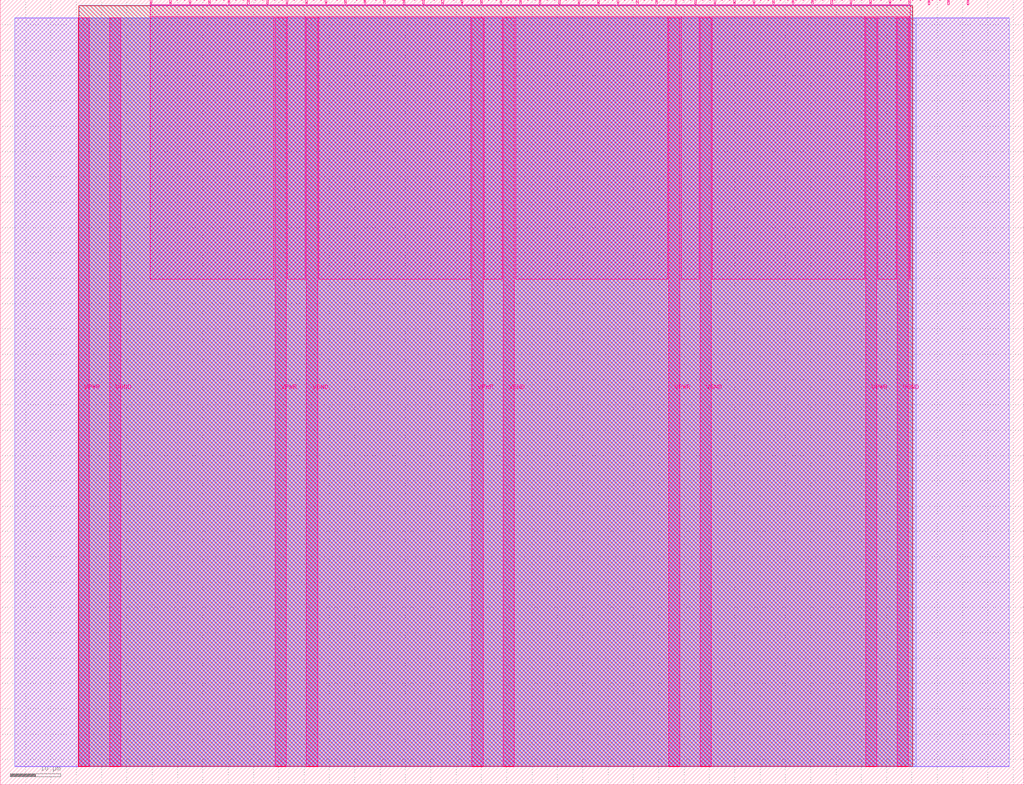
<source format=lef>
VERSION 5.7 ;
  NOWIREEXTENSIONATPIN ON ;
  DIVIDERCHAR "/" ;
  BUSBITCHARS "[]" ;
MACRO tt_um_c1_array_mult_structural
  CLASS BLOCK ;
  FOREIGN tt_um_c1_array_mult_structural ;
  ORIGIN 0.000 0.000 ;
  SIZE 202.080 BY 154.980 ;
  PIN VGND
    DIRECTION INOUT ;
    USE GROUND ;
    PORT
      LAYER Metal5 ;
        RECT 21.580 3.560 23.780 151.420 ;
    END
    PORT
      LAYER Metal5 ;
        RECT 60.450 3.560 62.650 151.420 ;
    END
    PORT
      LAYER Metal5 ;
        RECT 99.320 3.560 101.520 151.420 ;
    END
    PORT
      LAYER Metal5 ;
        RECT 138.190 3.560 140.390 151.420 ;
    END
    PORT
      LAYER Metal5 ;
        RECT 177.060 3.560 179.260 151.420 ;
    END
  END VGND
  PIN VPWR
    DIRECTION INOUT ;
    USE POWER ;
    PORT
      LAYER Metal5 ;
        RECT 15.380 3.560 17.580 151.420 ;
    END
    PORT
      LAYER Metal5 ;
        RECT 54.250 3.560 56.450 151.420 ;
    END
    PORT
      LAYER Metal5 ;
        RECT 93.120 3.560 95.320 151.420 ;
    END
    PORT
      LAYER Metal5 ;
        RECT 131.990 3.560 134.190 151.420 ;
    END
    PORT
      LAYER Metal5 ;
        RECT 170.860 3.560 173.060 151.420 ;
    END
  END VPWR
  PIN clk
    DIRECTION INPUT ;
    USE SIGNAL ;
    PORT
      LAYER Metal5 ;
        RECT 187.050 153.980 187.350 154.980 ;
    END
  END clk
  PIN ena
    DIRECTION INPUT ;
    USE SIGNAL ;
    PORT
      LAYER Metal5 ;
        RECT 190.890 153.980 191.190 154.980 ;
    END
  END ena
  PIN rst_n
    DIRECTION INPUT ;
    USE SIGNAL ;
    PORT
      LAYER Metal5 ;
        RECT 183.210 153.980 183.510 154.980 ;
    END
  END rst_n
  PIN ui_in[0]
    DIRECTION INPUT ;
    USE SIGNAL ;
    ANTENNAGATEAREA 0.213200 ;
    PORT
      LAYER Metal5 ;
        RECT 179.370 153.980 179.670 154.980 ;
    END
  END ui_in[0]
  PIN ui_in[1]
    DIRECTION INPUT ;
    USE SIGNAL ;
    ANTENNAGATEAREA 0.213200 ;
    PORT
      LAYER Metal5 ;
        RECT 175.530 153.980 175.830 154.980 ;
    END
  END ui_in[1]
  PIN ui_in[2]
    DIRECTION INPUT ;
    USE SIGNAL ;
    ANTENNAGATEAREA 0.213200 ;
    PORT
      LAYER Metal5 ;
        RECT 171.690 153.980 171.990 154.980 ;
    END
  END ui_in[2]
  PIN ui_in[3]
    DIRECTION INPUT ;
    USE SIGNAL ;
    ANTENNAGATEAREA 0.213200 ;
    PORT
      LAYER Metal5 ;
        RECT 167.850 153.980 168.150 154.980 ;
    END
  END ui_in[3]
  PIN ui_in[4]
    DIRECTION INPUT ;
    USE SIGNAL ;
    ANTENNAGATEAREA 0.213200 ;
    PORT
      LAYER Metal5 ;
        RECT 164.010 153.980 164.310 154.980 ;
    END
  END ui_in[4]
  PIN ui_in[5]
    DIRECTION INPUT ;
    USE SIGNAL ;
    ANTENNAGATEAREA 0.213200 ;
    PORT
      LAYER Metal5 ;
        RECT 160.170 153.980 160.470 154.980 ;
    END
  END ui_in[5]
  PIN ui_in[6]
    DIRECTION INPUT ;
    USE SIGNAL ;
    ANTENNAGATEAREA 0.213200 ;
    PORT
      LAYER Metal5 ;
        RECT 156.330 153.980 156.630 154.980 ;
    END
  END ui_in[6]
  PIN ui_in[7]
    DIRECTION INPUT ;
    USE SIGNAL ;
    ANTENNAGATEAREA 0.180700 ;
    PORT
      LAYER Metal5 ;
        RECT 152.490 153.980 152.790 154.980 ;
    END
  END ui_in[7]
  PIN uio_in[0]
    DIRECTION INPUT ;
    USE SIGNAL ;
    PORT
      LAYER Metal5 ;
        RECT 148.650 153.980 148.950 154.980 ;
    END
  END uio_in[0]
  PIN uio_in[1]
    DIRECTION INPUT ;
    USE SIGNAL ;
    PORT
      LAYER Metal5 ;
        RECT 144.810 153.980 145.110 154.980 ;
    END
  END uio_in[1]
  PIN uio_in[2]
    DIRECTION INPUT ;
    USE SIGNAL ;
    PORT
      LAYER Metal5 ;
        RECT 140.970 153.980 141.270 154.980 ;
    END
  END uio_in[2]
  PIN uio_in[3]
    DIRECTION INPUT ;
    USE SIGNAL ;
    PORT
      LAYER Metal5 ;
        RECT 137.130 153.980 137.430 154.980 ;
    END
  END uio_in[3]
  PIN uio_in[4]
    DIRECTION INPUT ;
    USE SIGNAL ;
    PORT
      LAYER Metal5 ;
        RECT 133.290 153.980 133.590 154.980 ;
    END
  END uio_in[4]
  PIN uio_in[5]
    DIRECTION INPUT ;
    USE SIGNAL ;
    PORT
      LAYER Metal5 ;
        RECT 129.450 153.980 129.750 154.980 ;
    END
  END uio_in[5]
  PIN uio_in[6]
    DIRECTION INPUT ;
    USE SIGNAL ;
    PORT
      LAYER Metal5 ;
        RECT 125.610 153.980 125.910 154.980 ;
    END
  END uio_in[6]
  PIN uio_in[7]
    DIRECTION INPUT ;
    USE SIGNAL ;
    PORT
      LAYER Metal5 ;
        RECT 121.770 153.980 122.070 154.980 ;
    END
  END uio_in[7]
  PIN uio_oe[0]
    DIRECTION OUTPUT ;
    USE SIGNAL ;
    ANTENNADIFFAREA 0.299200 ;
    PORT
      LAYER Metal5 ;
        RECT 56.490 153.980 56.790 154.980 ;
    END
  END uio_oe[0]
  PIN uio_oe[1]
    DIRECTION OUTPUT ;
    USE SIGNAL ;
    ANTENNADIFFAREA 0.299200 ;
    PORT
      LAYER Metal5 ;
        RECT 52.650 153.980 52.950 154.980 ;
    END
  END uio_oe[1]
  PIN uio_oe[2]
    DIRECTION OUTPUT ;
    USE SIGNAL ;
    ANTENNADIFFAREA 0.299200 ;
    PORT
      LAYER Metal5 ;
        RECT 48.810 153.980 49.110 154.980 ;
    END
  END uio_oe[2]
  PIN uio_oe[3]
    DIRECTION OUTPUT ;
    USE SIGNAL ;
    ANTENNADIFFAREA 0.299200 ;
    PORT
      LAYER Metal5 ;
        RECT 44.970 153.980 45.270 154.980 ;
    END
  END uio_oe[3]
  PIN uio_oe[4]
    DIRECTION OUTPUT ;
    USE SIGNAL ;
    ANTENNADIFFAREA 0.299200 ;
    PORT
      LAYER Metal5 ;
        RECT 41.130 153.980 41.430 154.980 ;
    END
  END uio_oe[4]
  PIN uio_oe[5]
    DIRECTION OUTPUT ;
    USE SIGNAL ;
    ANTENNADIFFAREA 0.299200 ;
    PORT
      LAYER Metal5 ;
        RECT 37.290 153.980 37.590 154.980 ;
    END
  END uio_oe[5]
  PIN uio_oe[6]
    DIRECTION OUTPUT ;
    USE SIGNAL ;
    ANTENNADIFFAREA 0.299200 ;
    PORT
      LAYER Metal5 ;
        RECT 33.450 153.980 33.750 154.980 ;
    END
  END uio_oe[6]
  PIN uio_oe[7]
    DIRECTION OUTPUT ;
    USE SIGNAL ;
    ANTENNADIFFAREA 0.299200 ;
    PORT
      LAYER Metal5 ;
        RECT 29.610 153.980 29.910 154.980 ;
    END
  END uio_oe[7]
  PIN uio_out[0]
    DIRECTION OUTPUT ;
    USE SIGNAL ;
    ANTENNADIFFAREA 0.299200 ;
    PORT
      LAYER Metal5 ;
        RECT 87.210 153.980 87.510 154.980 ;
    END
  END uio_out[0]
  PIN uio_out[1]
    DIRECTION OUTPUT ;
    USE SIGNAL ;
    ANTENNADIFFAREA 0.299200 ;
    PORT
      LAYER Metal5 ;
        RECT 83.370 153.980 83.670 154.980 ;
    END
  END uio_out[1]
  PIN uio_out[2]
    DIRECTION OUTPUT ;
    USE SIGNAL ;
    ANTENNADIFFAREA 0.299200 ;
    PORT
      LAYER Metal5 ;
        RECT 79.530 153.980 79.830 154.980 ;
    END
  END uio_out[2]
  PIN uio_out[3]
    DIRECTION OUTPUT ;
    USE SIGNAL ;
    ANTENNADIFFAREA 0.299200 ;
    PORT
      LAYER Metal5 ;
        RECT 75.690 153.980 75.990 154.980 ;
    END
  END uio_out[3]
  PIN uio_out[4]
    DIRECTION OUTPUT ;
    USE SIGNAL ;
    ANTENNADIFFAREA 0.299200 ;
    PORT
      LAYER Metal5 ;
        RECT 71.850 153.980 72.150 154.980 ;
    END
  END uio_out[4]
  PIN uio_out[5]
    DIRECTION OUTPUT ;
    USE SIGNAL ;
    ANTENNADIFFAREA 0.299200 ;
    PORT
      LAYER Metal5 ;
        RECT 68.010 153.980 68.310 154.980 ;
    END
  END uio_out[5]
  PIN uio_out[6]
    DIRECTION OUTPUT ;
    USE SIGNAL ;
    ANTENNADIFFAREA 0.299200 ;
    PORT
      LAYER Metal5 ;
        RECT 64.170 153.980 64.470 154.980 ;
    END
  END uio_out[6]
  PIN uio_out[7]
    DIRECTION OUTPUT ;
    USE SIGNAL ;
    ANTENNADIFFAREA 0.299200 ;
    PORT
      LAYER Metal5 ;
        RECT 60.330 153.980 60.630 154.980 ;
    END
  END uio_out[7]
  PIN uo_out[0]
    DIRECTION OUTPUT ;
    USE SIGNAL ;
    ANTENNAGATEAREA 0.241800 ;
    ANTENNADIFFAREA 0.712400 ;
    PORT
      LAYER Metal5 ;
        RECT 117.930 153.980 118.230 154.980 ;
    END
  END uo_out[0]
  PIN uo_out[1]
    DIRECTION OUTPUT ;
    USE SIGNAL ;
    ANTENNADIFFAREA 0.654800 ;
    PORT
      LAYER Metal5 ;
        RECT 114.090 153.980 114.390 154.980 ;
    END
  END uo_out[1]
  PIN uo_out[2]
    DIRECTION OUTPUT ;
    USE SIGNAL ;
    ANTENNADIFFAREA 0.706800 ;
    PORT
      LAYER Metal5 ;
        RECT 110.250 153.980 110.550 154.980 ;
    END
  END uo_out[2]
  PIN uo_out[3]
    DIRECTION OUTPUT ;
    USE SIGNAL ;
    ANTENNADIFFAREA 0.654800 ;
    PORT
      LAYER Metal5 ;
        RECT 106.410 153.980 106.710 154.980 ;
    END
  END uo_out[3]
  PIN uo_out[4]
    DIRECTION OUTPUT ;
    USE SIGNAL ;
    ANTENNADIFFAREA 0.654800 ;
    PORT
      LAYER Metal5 ;
        RECT 102.570 153.980 102.870 154.980 ;
    END
  END uo_out[4]
  PIN uo_out[5]
    DIRECTION OUTPUT ;
    USE SIGNAL ;
    ANTENNADIFFAREA 0.654800 ;
    PORT
      LAYER Metal5 ;
        RECT 98.730 153.980 99.030 154.980 ;
    END
  END uo_out[5]
  PIN uo_out[6]
    DIRECTION OUTPUT ;
    USE SIGNAL ;
    ANTENNADIFFAREA 0.654800 ;
    PORT
      LAYER Metal5 ;
        RECT 94.890 153.980 95.190 154.980 ;
    END
  END uo_out[6]
  PIN uo_out[7]
    DIRECTION OUTPUT ;
    USE SIGNAL ;
    ANTENNADIFFAREA 0.654800 ;
    PORT
      LAYER Metal5 ;
        RECT 91.050 153.980 91.350 154.980 ;
    END
  END uo_out[7]
  OBS
      LAYER GatPoly ;
        RECT 2.880 3.630 199.200 151.350 ;
      LAYER Metal1 ;
        RECT 2.880 3.560 199.200 151.420 ;
      LAYER Metal2 ;
        RECT 15.515 3.680 180.865 151.300 ;
      LAYER Metal3 ;
        RECT 15.560 3.635 180.100 153.865 ;
      LAYER Metal4 ;
        RECT 15.515 3.680 180.145 153.820 ;
      LAYER Metal5 ;
        RECT 30.120 153.770 33.240 153.980 ;
        RECT 33.960 153.770 37.080 153.980 ;
        RECT 37.800 153.770 40.920 153.980 ;
        RECT 41.640 153.770 44.760 153.980 ;
        RECT 45.480 153.770 48.600 153.980 ;
        RECT 49.320 153.770 52.440 153.980 ;
        RECT 53.160 153.770 56.280 153.980 ;
        RECT 57.000 153.770 60.120 153.980 ;
        RECT 60.840 153.770 63.960 153.980 ;
        RECT 64.680 153.770 67.800 153.980 ;
        RECT 68.520 153.770 71.640 153.980 ;
        RECT 72.360 153.770 75.480 153.980 ;
        RECT 76.200 153.770 79.320 153.980 ;
        RECT 80.040 153.770 83.160 153.980 ;
        RECT 83.880 153.770 87.000 153.980 ;
        RECT 87.720 153.770 90.840 153.980 ;
        RECT 91.560 153.770 94.680 153.980 ;
        RECT 95.400 153.770 98.520 153.980 ;
        RECT 99.240 153.770 102.360 153.980 ;
        RECT 103.080 153.770 106.200 153.980 ;
        RECT 106.920 153.770 110.040 153.980 ;
        RECT 110.760 153.770 113.880 153.980 ;
        RECT 114.600 153.770 117.720 153.980 ;
        RECT 118.440 153.770 121.560 153.980 ;
        RECT 122.280 153.770 125.400 153.980 ;
        RECT 126.120 153.770 129.240 153.980 ;
        RECT 129.960 153.770 133.080 153.980 ;
        RECT 133.800 153.770 136.920 153.980 ;
        RECT 137.640 153.770 140.760 153.980 ;
        RECT 141.480 153.770 144.600 153.980 ;
        RECT 145.320 153.770 148.440 153.980 ;
        RECT 149.160 153.770 152.280 153.980 ;
        RECT 153.000 153.770 156.120 153.980 ;
        RECT 156.840 153.770 159.960 153.980 ;
        RECT 160.680 153.770 163.800 153.980 ;
        RECT 164.520 153.770 167.640 153.980 ;
        RECT 168.360 153.770 171.480 153.980 ;
        RECT 172.200 153.770 175.320 153.980 ;
        RECT 176.040 153.770 179.160 153.980 ;
        RECT 29.660 151.630 179.620 153.770 ;
        RECT 29.660 99.815 54.040 151.630 ;
        RECT 56.660 99.815 60.240 151.630 ;
        RECT 62.860 99.815 92.910 151.630 ;
        RECT 95.530 99.815 99.110 151.630 ;
        RECT 101.730 99.815 131.780 151.630 ;
        RECT 134.400 99.815 137.980 151.630 ;
        RECT 140.600 99.815 170.650 151.630 ;
        RECT 173.270 99.815 176.850 151.630 ;
        RECT 179.470 99.815 179.620 151.630 ;
  END
END tt_um_c1_array_mult_structural
END LIBRARY


</source>
